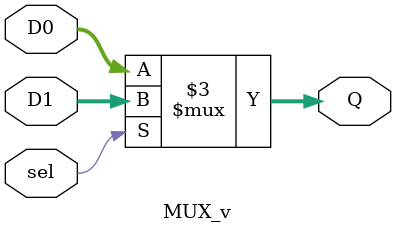
<source format=v>
module MUX_v (input sel,
				  input [15:0] D0,
				  input [15:0] D1,
				  output reg [15:0] Q);
	//reg [15:0] temp;
	always@(D0 or D1 or sel) begin
		if(sel)
			Q <= D1;
		else
			Q <= D0;
	end
endmodule
</source>
